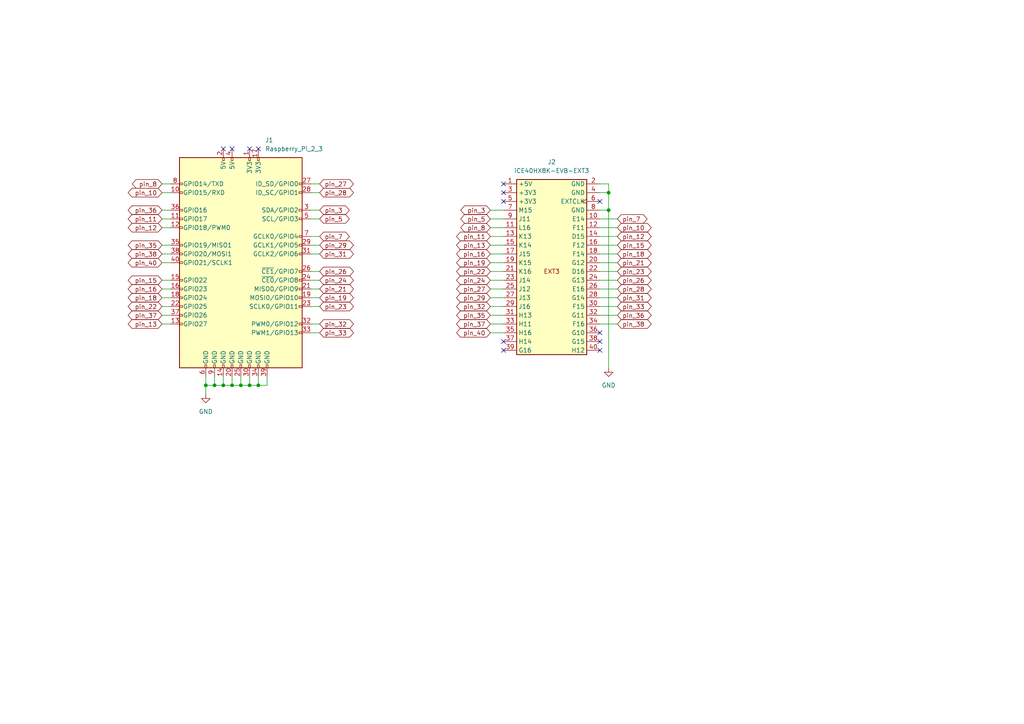
<source format=kicad_sch>
(kicad_sch (version 20230121) (generator eeschema)
  (paper "A4")
  (title_block (title "iCE40HX8K-EVB Raspberry Pi Adaptor") (date "2023-06-22") (rev "1_0") (company "https://www.domesday86.com") (comment 1 "(c) 2023 Simon Inns") (comment 2 "License: Attribution-ShareAlike 4.0 International (CC BY-SA 4.0)"))
  (lib_symbols
    (symbol "Connector:Raspberry_Pi_2_3" (pin_names (offset 1.016))
      (property "Reference" "J" (at -17.78 31.75 0))
      (property "Value" "Raspberry_Pi_2_3" (at 10.16 -31.75 0))
      (symbol "Raspberry_Pi_2_3_0_1"
        (rectangle (start -17.78 30.48) (end 17.78 -30.48) (stroke (width 0.254)) (fill (type background)))
      )
      (symbol "Raspberry_Pi_2_3_1_1"
        (rectangle (start -16.891 -17.526) (end -17.78 -18.034))
        (rectangle (start -16.891 -14.986) (end -17.78 -15.494))
        (rectangle (start -16.891 -12.446) (end -17.78 -12.954))
        (rectangle (start -16.891 -9.906) (end -17.78 -10.414))
        (rectangle (start -16.891 -7.366) (end -17.78 -7.874))
        (rectangle (start -16.891 -4.826) (end -17.78 -5.334))
        (rectangle (start -16.891 0.254) (end -17.78 -0.254))
        (rectangle (start -16.891 2.794) (end -17.78 2.286))
        (rectangle (start -16.891 5.334) (end -17.78 4.826))
        (rectangle (start -16.891 10.414) (end -17.78 9.906))
        (rectangle (start -16.891 12.954) (end -17.78 12.446))
        (rectangle (start -16.891 15.494) (end -17.78 14.986))
        (rectangle (start -16.891 20.574) (end -17.78 20.066))
        (rectangle (start -16.891 23.114) (end -17.78 22.606))
        (rectangle (start -10.414 -29.591) (end -9.906 -30.48))
        (rectangle (start -7.874 -29.591) (end -7.366 -30.48))
        (rectangle (start -5.334 -29.591) (end -4.826 -30.48))
        (rectangle (start -5.334 30.48) (end -4.826 29.591))
        (rectangle (start -2.794 -29.591) (end -2.286 -30.48))
        (rectangle (start -2.794 30.48) (end -2.286 29.591))
        (rectangle (start -0.254 -29.591) (end 0.254 -30.48))
        (rectangle (start 2.286 -29.591) (end 2.794 -30.48))
        (rectangle (start 2.286 30.48) (end 2.794 29.591))
        (rectangle (start 4.826 -29.591) (end 5.334 -30.48))
        (rectangle (start 4.826 30.48) (end 5.334 29.591))
        (rectangle (start 7.366 -29.591) (end 7.874 -30.48))
        (rectangle (start 17.78 -20.066) (end 16.891 -20.574))
        (rectangle (start 17.78 -17.526) (end 16.891 -18.034))
        (rectangle (start 17.78 -12.446) (end 16.891 -12.954))
        (rectangle (start 17.78 -9.906) (end 16.891 -10.414))
        (rectangle (start 17.78 -7.366) (end 16.891 -7.874))
        (rectangle (start 17.78 -4.826) (end 16.891 -5.334))
        (rectangle (start 17.78 -2.286) (end 16.891 -2.794))
        (rectangle (start 17.78 2.794) (end 16.891 2.286))
        (rectangle (start 17.78 5.334) (end 16.891 4.826))
        (rectangle (start 17.78 7.874) (end 16.891 7.366))
        (rectangle (start 17.78 12.954) (end 16.891 12.446))
        (rectangle (start 17.78 15.494) (end 16.891 14.986))
        (rectangle (start 17.78 20.574) (end 16.891 20.066))
        (rectangle (start 17.78 23.114) (end 16.891 22.606))
        (pin power_in line (at 2.54 33.02 270) (length 2.54) (name "3V3") (number "1"))
        (pin bidirectional line (at -20.32 20.32 0) (length 2.54) (name "GPIO15/RXD") (number "10"))
        (pin bidirectional line (at -20.32 12.7 0) (length 2.54) (name "GPIO17") (number "11"))
        (pin bidirectional line (at -20.32 10.16 0) (length 2.54) (name "GPIO18/PWM0") (number "12"))
        (pin bidirectional line (at -20.32 -17.78 0) (length 2.54) (name "GPIO27") (number "13"))
        (pin power_in line (at -5.08 -33.02 90) (length 2.54) (name "GND") (number "14"))
        (pin bidirectional line (at -20.32 -5.08 0) (length 2.54) (name "GPIO22") (number "15"))
        (pin bidirectional line (at -20.32 -7.62 0) (length 2.54) (name "GPIO23") (number "16"))
        (pin power_in line (at 5.08 33.02 270) (length 2.54) (name "3V3") (number "17"))
        (pin bidirectional line (at -20.32 -10.16 0) (length 2.54) (name "GPIO24") (number "18"))
        (pin bidirectional line (at 20.32 -10.16 180) (length 2.54) (name "MOSI0/GPIO10") (number "19"))
        (pin power_in line (at -5.08 33.02 270) (length 2.54) (name "5V") (number "2"))
        (pin power_in line (at -2.54 -33.02 90) (length 2.54) (name "GND") (number "20"))
        (pin bidirectional line (at 20.32 -7.62 180) (length 2.54) (name "MISO0/GPIO9") (number "21"))
        (pin bidirectional line (at -20.32 -12.7 0) (length 2.54) (name "GPIO25") (number "22"))
        (pin bidirectional line (at 20.32 -12.7 180) (length 2.54) (name "SCLK0/GPIO11") (number "23"))
        (pin bidirectional line (at 20.32 -5.08 180) (length 2.54) (name "~{CE0}/GPIO8") (number "24"))
        (pin power_in line (at 0 -33.02 90) (length 2.54) (name "GND") (number "25"))
        (pin bidirectional line (at 20.32 -2.54 180) (length 2.54) (name "~{CE1}/GPIO7") (number "26"))
        (pin bidirectional line (at 20.32 22.86 180) (length 2.54) (name "ID_SD/GPIO0") (number "27"))
        (pin bidirectional line (at 20.32 20.32 180) (length 2.54) (name "ID_SC/GPIO1") (number "28"))
        (pin bidirectional line (at 20.32 5.08 180) (length 2.54) (name "GCLK1/GPIO5") (number "29"))
        (pin bidirectional line (at 20.32 15.24 180) (length 2.54) (name "SDA/GPIO2") (number "3"))
        (pin power_in line (at 2.54 -33.02 90) (length 2.54) (name "GND") (number "30"))
        (pin bidirectional line (at 20.32 2.54 180) (length 2.54) (name "GCLK2/GPIO6") (number "31"))
        (pin bidirectional line (at 20.32 -17.78 180) (length 2.54) (name "PWM0/GPIO12") (number "32"))
        (pin bidirectional line (at 20.32 -20.32 180) (length 2.54) (name "PWM1/GPIO13") (number "33"))
        (pin power_in line (at 5.08 -33.02 90) (length 2.54) (name "GND") (number "34"))
        (pin bidirectional line (at -20.32 5.08 0) (length 2.54) (name "GPIO19/MISO1") (number "35"))
        (pin bidirectional line (at -20.32 15.24 0) (length 2.54) (name "GPIO16") (number "36"))
        (pin bidirectional line (at -20.32 -15.24 0) (length 2.54) (name "GPIO26") (number "37"))
        (pin bidirectional line (at -20.32 2.54 0) (length 2.54) (name "GPIO20/MOSI1") (number "38"))
        (pin power_in line (at 7.62 -33.02 90) (length 2.54) (name "GND") (number "39"))
        (pin power_in line (at -2.54 33.02 270) (length 2.54) (name "5V") (number "4"))
        (pin bidirectional line (at -20.32 0 0) (length 2.54) (name "GPIO21/SCLK1") (number "40"))
        (pin bidirectional line (at 20.32 12.7 180) (length 2.54) (name "SCL/GPIO3") (number "5"))
        (pin power_in line (at -10.16 -33.02 90) (length 2.54) (name "GND") (number "6"))
        (pin bidirectional line (at 20.32 7.62 180) (length 2.54) (name "GCLK0/GPIO4") (number "7"))
        (pin bidirectional line (at -20.32 22.86 0) (length 2.54) (name "GPIO14/TXD") (number "8"))
        (pin power_in line (at -7.62 -33.02 90) (length 2.54) (name "GND") (number "9"))
      )
    )
    (symbol "iCE40HX8K-EVB:iCE40HX8K-EVB-EXT3"
      (property "Reference" "J" (at 0 30.48 0))
      (property "Value" "iCE40HX8K-EVB-EXT3" (at 0 27.94 0))
      (symbol "iCE40HX8K-EVB-EXT3_1_0"
        (text "EXT3" (at 0 0 0) (effects (font (size 1.27 1.27))))
      )
      (symbol "iCE40HX8K-EVB-EXT3_1_1"
        (rectangle (start -10.16 26.67) (end 10.16 -24.13) (stroke (width 0.254)) (fill (type background)))
        (pin power_out line (at -13.97 25.4 0) (length 3.81) (name "+5V") (number "1"))
        (pin bidirectional line (at 13.97 15.24 180) (length 3.81) (name "E14") (number "10"))
        (pin bidirectional line (at -13.97 12.7 0) (length 3.81) (name "L16") (number "11"))
        (pin bidirectional line (at 13.97 12.7 180) (length 3.81) (name "F11") (number "12"))
        (pin bidirectional line (at -13.97 10.16 0) (length 3.81) (name "K13") (number "13"))
        (pin bidirectional line (at 13.97 10.16 180) (length 3.81) (name "D15") (number "14"))
        (pin bidirectional line (at -13.97 7.62 0) (length 3.81) (name "K14") (number "15"))
        (pin bidirectional line (at 13.97 7.62 180) (length 3.81) (name "F12") (number "16"))
        (pin bidirectional line (at -13.97 5.08 0) (length 3.81) (name "J15") (number "17"))
        (pin bidirectional line (at 13.97 5.08 180) (length 3.81) (name "F14") (number "18"))
        (pin bidirectional line (at -13.97 2.54 0) (length 3.81) (name "K15") (number "19"))
        (pin power_out line (at 13.97 25.4 180) (length 3.81) (name "GND") (number "2"))
        (pin bidirectional line (at 13.97 2.54 180) (length 3.81) (name "G12") (number "20"))
        (pin bidirectional line (at -13.97 0 0) (length 3.81) (name "K16") (number "21"))
        (pin bidirectional line (at 13.97 0 180) (length 3.81) (name "D16") (number "22"))
        (pin bidirectional line (at -13.97 -2.54 0) (length 3.81) (name "J14") (number "23"))
        (pin bidirectional line (at 13.97 -2.54 180) (length 3.81) (name "G13") (number "24"))
        (pin bidirectional line (at -13.97 -5.08 0) (length 3.81) (name "J12") (number "25"))
        (pin bidirectional line (at 13.97 -5.08 180) (length 3.81) (name "E16") (number "26"))
        (pin bidirectional line (at -13.97 -7.62 0) (length 3.81) (name "J13") (number "27"))
        (pin bidirectional line (at 13.97 -7.62 180) (length 3.81) (name "G14") (number "28"))
        (pin bidirectional line (at -13.97 -10.16 0) (length 3.81) (name "J16") (number "29"))
        (pin power_out line (at -13.97 22.86 0) (length 3.81) (name "+3V3") (number "3"))
        (pin bidirectional line (at 13.97 -10.16 180) (length 3.81) (name "F15") (number "30"))
        (pin bidirectional line (at -13.97 -12.7 0) (length 3.81) (name "H13") (number "31"))
        (pin bidirectional line (at 13.97 -12.7 180) (length 3.81) (name "G11") (number "32"))
        (pin bidirectional line (at -13.97 -15.24 0) (length 3.81) (name "H11") (number "33"))
        (pin bidirectional line (at 13.97 -15.24 180) (length 3.81) (name "F16") (number "34"))
        (pin bidirectional line (at -13.97 -17.78 0) (length 3.81) (name "H16") (number "35"))
        (pin bidirectional line (at 13.97 -17.78 180) (length 3.81) (name "G10") (number "36"))
        (pin bidirectional line (at -13.97 -20.32 0) (length 3.81) (name "H14") (number "37"))
        (pin bidirectional line (at 13.97 -20.32 180) (length 3.81) (name "G15") (number "38"))
        (pin bidirectional line (at -13.97 -22.86 0) (length 3.81) (name "G16") (number "39"))
        (pin power_out line (at 13.97 22.86 180) (length 3.81) (name "GND") (number "4"))
        (pin bidirectional line (at 13.97 -22.86 180) (length 3.81) (name "H12") (number "40"))
        (pin power_out line (at -13.97 20.32 0) (length 3.81) (name "+3V3") (number "5"))
        (pin output clock (at 13.97 20.32 180) (length 3.81) (name "EXTCLK") (number "6"))
        (pin bidirectional line (at -13.97 17.78 0) (length 3.81) (name "M15") (number "7"))
        (pin power_out line (at 13.97 17.78 180) (length 3.81) (name "GND") (number "8"))
        (pin bidirectional line (at -13.97 15.24 0) (length 3.81) (name "J11") (number "9"))
      )
    )
    (symbol "power:GND" (power) (pin_names (offset 0))
      (property "Value" "GND" (at 0 -3.81 0))
      (symbol "GND_0_1"
        (polyline (pts (xy 0 0) (xy 0 -1.27) (xy 1.27 -1.27) (xy 0 -2.54) (xy -1.27 -1.27) (xy 0 -1.27)))
      )
      (symbol "GND_1_1"
        (pin power_in line (at 0 0 270) (length 0) hide (name "GND") (number "1"))
      )
    )
  )
  (junction (at 67.31 111.76))
  (junction (at 176.53 60.96))
  (junction (at 69.85 111.76))
  (junction (at 176.53 55.88))
  (junction (at 59.69 111.76))
  (junction (at 72.39 111.76))
  (junction (at 74.93 111.76))
  (junction (at 62.23 111.76))
  (junction (at 64.77 111.76))
  (no_connect (at 74.93 43.18))
  (no_connect (at 146.05 55.88))
  (no_connect (at 64.77 43.18))
  (no_connect (at 173.99 101.6))
  (no_connect (at 173.99 96.52))
  (no_connect (at 67.31 43.18))
  (no_connect (at 173.99 58.42))
  (no_connect (at 146.05 99.06))
  (no_connect (at 146.05 58.42))
  (no_connect (at 146.05 53.34))
  (no_connect (at 72.39 43.18))
  (no_connect (at 173.99 99.06))
  (no_connect (at 146.05 101.6))
  (wire (pts (xy 62.23 111.76) (xy 59.69 111.76)))
  (wire (pts (xy 90.17 93.98) (xy 92.71 93.98)))
  (wire (pts (xy 77.47 111.76) (xy 74.93 111.76)))
  (wire (pts (xy 77.47 109.22) (xy 77.47 111.76)))
  (wire (pts (xy 142.24 86.36) (xy 146.05 86.36)))
  (wire (pts (xy 90.17 88.9) (xy 92.71 88.9)))
  (wire (pts (xy 176.53 53.34) (xy 176.53 55.88)))
  (wire (pts (xy 64.77 111.76) (xy 62.23 111.76)))
  (wire (pts (xy 173.99 66.04) (xy 179.07 66.04)))
  (wire (pts (xy 62.23 109.22) (xy 62.23 111.76)))
  (wire (pts (xy 90.17 96.52) (xy 92.71 96.52)))
  (wire (pts (xy 46.99 55.88) (xy 49.53 55.88)))
  (wire (pts (xy 67.31 111.76) (xy 64.77 111.76)))
  (wire (pts (xy 173.99 53.34) (xy 176.53 53.34)))
  (wire (pts (xy 173.99 81.28) (xy 179.07 81.28)))
  (wire (pts (xy 142.24 68.58) (xy 146.05 68.58)))
  (wire (pts (xy 173.99 78.74) (xy 179.07 78.74)))
  (wire (pts (xy 46.99 73.66) (xy 49.53 73.66)))
  (wire (pts (xy 176.53 60.96) (xy 176.53 106.68)))
  (wire (pts (xy 90.17 81.28) (xy 92.71 81.28)))
  (wire (pts (xy 142.24 83.82) (xy 146.05 83.82)))
  (wire (pts (xy 176.53 55.88) (xy 176.53 60.96)))
  (wire (pts (xy 142.24 88.9) (xy 146.05 88.9)))
  (wire (pts (xy 142.24 96.52) (xy 146.05 96.52)))
  (wire (pts (xy 90.17 68.58) (xy 92.71 68.58)))
  (wire (pts (xy 74.93 111.76) (xy 72.39 111.76)))
  (wire (pts (xy 142.24 73.66) (xy 146.05 73.66)))
  (wire (pts (xy 173.99 86.36) (xy 179.07 86.36)))
  (wire (pts (xy 142.24 71.12) (xy 146.05 71.12)))
  (wire (pts (xy 46.99 53.34) (xy 49.53 53.34)))
  (wire (pts (xy 46.99 66.04) (xy 49.53 66.04)))
  (wire (pts (xy 46.99 63.5) (xy 49.53 63.5)))
  (wire (pts (xy 46.99 86.36) (xy 49.53 86.36)))
  (wire (pts (xy 46.99 83.82) (xy 49.53 83.82)))
  (wire (pts (xy 142.24 78.74) (xy 146.05 78.74)))
  (wire (pts (xy 173.99 73.66) (xy 179.07 73.66)))
  (wire (pts (xy 46.99 93.98) (xy 49.53 93.98)))
  (wire (pts (xy 173.99 93.98) (xy 179.07 93.98)))
  (wire (pts (xy 90.17 71.12) (xy 92.71 71.12)))
  (wire (pts (xy 173.99 68.58) (xy 179.07 68.58)))
  (wire (pts (xy 142.24 66.04) (xy 146.05 66.04)))
  (wire (pts (xy 90.17 73.66) (xy 92.71 73.66)))
  (wire (pts (xy 46.99 71.12) (xy 49.53 71.12)))
  (wire (pts (xy 173.99 71.12) (xy 179.07 71.12)))
  (wire (pts (xy 90.17 78.74) (xy 92.71 78.74)))
  (wire (pts (xy 74.93 109.22) (xy 74.93 111.76)))
  (wire (pts (xy 173.99 63.5) (xy 179.07 63.5)))
  (wire (pts (xy 142.24 93.98) (xy 146.05 93.98)))
  (wire (pts (xy 90.17 86.36) (xy 92.71 86.36)))
  (wire (pts (xy 173.99 76.2) (xy 179.07 76.2)))
  (wire (pts (xy 90.17 53.34) (xy 92.71 53.34)))
  (wire (pts (xy 72.39 109.22) (xy 72.39 111.76)))
  (wire (pts (xy 142.24 76.2) (xy 146.05 76.2)))
  (wire (pts (xy 173.99 91.44) (xy 179.07 91.44)))
  (wire (pts (xy 90.17 63.5) (xy 92.71 63.5)))
  (wire (pts (xy 69.85 111.76) (xy 67.31 111.76)))
  (wire (pts (xy 173.99 55.88) (xy 176.53 55.88)))
  (wire (pts (xy 59.69 109.22) (xy 59.69 111.76)))
  (wire (pts (xy 59.69 111.76) (xy 59.69 114.3)))
  (wire (pts (xy 142.24 63.5) (xy 146.05 63.5)))
  (wire (pts (xy 46.99 60.96) (xy 49.53 60.96)))
  (wire (pts (xy 90.17 60.96) (xy 92.71 60.96)))
  (wire (pts (xy 72.39 111.76) (xy 69.85 111.76)))
  (wire (pts (xy 173.99 83.82) (xy 179.07 83.82)))
  (wire (pts (xy 46.99 76.2) (xy 49.53 76.2)))
  (wire (pts (xy 64.77 109.22) (xy 64.77 111.76)))
  (wire (pts (xy 69.85 109.22) (xy 69.85 111.76)))
  (wire (pts (xy 173.99 60.96) (xy 176.53 60.96)))
  (wire (pts (xy 142.24 91.44) (xy 146.05 91.44)))
  (wire (pts (xy 142.24 81.28) (xy 146.05 81.28)))
  (wire (pts (xy 90.17 55.88) (xy 92.71 55.88)))
  (wire (pts (xy 67.31 109.22) (xy 67.31 111.76)))
  (wire (pts (xy 46.99 81.28) (xy 49.53 81.28)))
  (wire (pts (xy 142.24 60.96) (xy 146.05 60.96)))
  (wire (pts (xy 46.99 88.9) (xy 49.53 88.9)))
  (wire (pts (xy 173.99 88.9) (xy 179.07 88.9)))
  (wire (pts (xy 46.99 91.44) (xy 49.53 91.44)))
  (wire (pts (xy 90.17 83.82) (xy 92.71 83.82)))
  (global_label "pin_15" (shape bidirectional) (at 46.99 81.28 180) (property "Intersheetrefs" "${INTERSHEET_REFS}" (effects hide)))
  (global_label "pin_38" (shape bidirectional) (at 179.07 93.98 0) (property "Intersheetrefs" "${INTERSHEET_REFS}" (effects hide)))
  (global_label "pin_36" (shape bidirectional) (at 179.07 91.44 0) (property "Intersheetrefs" "${INTERSHEET_REFS}" (effects hide)))
  (global_label "pin_40" (shape bidirectional) (at 142.24 96.52 180) (property "Intersheetrefs" "${INTERSHEET_REFS}" (effects hide)))
  (global_label "pin_5" (shape bidirectional) (at 142.24 63.5 180) (property "Intersheetrefs" "${INTERSHEET_REFS}" (effects hide)))
  (global_label "pin_32" (shape bidirectional) (at 92.71 93.98 0) (property "Intersheetrefs" "${INTERSHEET_REFS}" (effects hide)))
  (global_label "pin_37" (shape bidirectional) (at 142.24 93.98 180) (property "Intersheetrefs" "${INTERSHEET_REFS}" (effects hide)))
  (global_label "pin_13" (shape bidirectional) (at 46.99 93.98 180) (property "Intersheetrefs" "${INTERSHEET_REFS}" (effects hide)))
  (global_label "pin_35" (shape bidirectional) (at 142.24 91.44 180) (property "Intersheetrefs" "${INTERSHEET_REFS}" (effects hide)))
  (global_label "pin_13" (shape bidirectional) (at 142.24 71.12 180) (property "Intersheetrefs" "${INTERSHEET_REFS}" (effects hide)))
  (global_label "pin_24" (shape bidirectional) (at 142.24 81.28 180) (property "Intersheetrefs" "${INTERSHEET_REFS}" (effects hide)))
  (global_label "pin_22" (shape bidirectional) (at 46.99 88.9 180) (property "Intersheetrefs" "${INTERSHEET_REFS}" (effects hide)))
  (global_label "pin_26" (shape bidirectional) (at 179.07 81.28 0) (property "Intersheetrefs" "${INTERSHEET_REFS}" (effects hide)))
  (global_label "pin_37" (shape bidirectional) (at 46.99 91.44 180) (property "Intersheetrefs" "${INTERSHEET_REFS}" (effects hide)))
  (global_label "pin_33" (shape bidirectional) (at 92.71 96.52 0) (property "Intersheetrefs" "${INTERSHEET_REFS}" (effects hide)))
  (global_label "pin_23" (shape bidirectional) (at 92.71 88.9 0) (property "Intersheetrefs" "${INTERSHEET_REFS}" (effects hide)))
  (global_label "pin_38" (shape bidirectional) (at 46.99 73.66 180) (property "Intersheetrefs" "${INTERSHEET_REFS}" (effects hide)))
  (global_label "pin_15" (shape bidirectional) (at 179.07 71.12 0) (property "Intersheetrefs" "${INTERSHEET_REFS}" (effects hide)))
  (global_label "pin_27" (shape bidirectional) (at 92.71 53.34 0) (property "Intersheetrefs" "${INTERSHEET_REFS}" (effects hide)))
  (global_label "pin_33" (shape bidirectional) (at 179.07 88.9 0) (property "Intersheetrefs" "${INTERSHEET_REFS}" (effects hide)))
  (global_label "pin_23" (shape bidirectional) (at 179.07 78.74 0) (property "Intersheetrefs" "${INTERSHEET_REFS}" (effects hide)))
  (global_label "pin_24" (shape bidirectional) (at 92.71 81.28 0) (property "Intersheetrefs" "${INTERSHEET_REFS}" (effects hide)))
  (global_label "pin_19" (shape bidirectional) (at 92.71 86.36 0) (property "Intersheetrefs" "${INTERSHEET_REFS}" (effects hide)))
  (global_label "pin_16" (shape bidirectional) (at 46.99 83.82 180) (property "Intersheetrefs" "${INTERSHEET_REFS}" (effects hide)))
  (global_label "pin_31" (shape bidirectional) (at 179.07 86.36 0) (property "Intersheetrefs" "${INTERSHEET_REFS}" (effects hide)))
  (global_label "pin_12" (shape bidirectional) (at 46.99 66.04 180) (property "Intersheetrefs" "${INTERSHEET_REFS}" (effects hide)))
  (global_label "pin_10" (shape bidirectional) (at 179.07 66.04 0) (property "Intersheetrefs" "${INTERSHEET_REFS}" (effects hide)))
  (global_label "pin_40" (shape bidirectional) (at 46.99 76.2 180) (property "Intersheetrefs" "${INTERSHEET_REFS}" (effects hide)))
  (global_label "pin_7" (shape bidirectional) (at 92.71 68.58 0) (property "Intersheetrefs" "${INTERSHEET_REFS}" (effects hide)))
  (global_label "pin_28" (shape bidirectional) (at 92.71 55.88 0) (property "Intersheetrefs" "${INTERSHEET_REFS}" (effects hide)))
  (global_label "pin_16" (shape bidirectional) (at 142.24 73.66 180) (property "Intersheetrefs" "${INTERSHEET_REFS}" (effects hide)))
  (global_label "pin_29" (shape bidirectional) (at 92.71 71.12 0) (property "Intersheetrefs" "${INTERSHEET_REFS}" (effects hide)))
  (global_label "pin_11" (shape bidirectional) (at 46.99 63.5 180) (property "Intersheetrefs" "${INTERSHEET_REFS}" (effects hide)))
  (global_label "pin_35" (shape bidirectional) (at 46.99 71.12 180) (property "Intersheetrefs" "${INTERSHEET_REFS}" (effects hide)))
  (global_label "pin_29" (shape bidirectional) (at 142.24 86.36 180) (property "Intersheetrefs" "${INTERSHEET_REFS}" (effects hide)))
  (global_label "pin_26" (shape bidirectional) (at 92.71 78.74 0) (property "Intersheetrefs" "${INTERSHEET_REFS}" (effects hide)))
  (global_label "pin_27" (shape bidirectional) (at 142.24 83.82 180) (property "Intersheetrefs" "${INTERSHEET_REFS}" (effects hide)))
  (global_label "pin_7" (shape bidirectional) (at 179.07 63.5 0) (property "Intersheetrefs" "${INTERSHEET_REFS}" (effects hide)))
  (global_label "pin_5" (shape bidirectional) (at 92.71 63.5 0) (property "Intersheetrefs" "${INTERSHEET_REFS}" (effects hide)))
  (global_label "pin_18" (shape bidirectional) (at 179.07 73.66 0) (property "Intersheetrefs" "${INTERSHEET_REFS}" (effects hide)))
  (global_label "pin_3" (shape bidirectional) (at 92.71 60.96 0) (property "Intersheetrefs" "${INTERSHEET_REFS}" (effects hide)))
  (global_label "pin_10" (shape bidirectional) (at 46.99 55.88 180) (property "Intersheetrefs" "${INTERSHEET_REFS}" (effects hide)))
  (global_label "pin_11" (shape bidirectional) (at 142.24 68.58 180) (property "Intersheetrefs" "${INTERSHEET_REFS}" (effects hide)))
  (global_label "pin_22" (shape bidirectional) (at 142.24 78.74 180) (property "Intersheetrefs" "${INTERSHEET_REFS}" (effects hide)))
  (global_label "pin_3" (shape bidirectional) (at 142.24 60.96 180) (property "Intersheetrefs" "${INTERSHEET_REFS}" (effects hide)))
  (global_label "pin_31" (shape bidirectional) (at 92.71 73.66 0) (property "Intersheetrefs" "${INTERSHEET_REFS}" (effects hide)))
  (global_label "pin_12" (shape bidirectional) (at 179.07 68.58 0) (property "Intersheetrefs" "${INTERSHEET_REFS}" (effects hide)))
  (global_label "pin_8" (shape bidirectional) (at 46.99 53.34 180) (property "Intersheetrefs" "${INTERSHEET_REFS}" (effects hide)))
  (global_label "pin_28" (shape bidirectional) (at 179.07 83.82 0) (property "Intersheetrefs" "${INTERSHEET_REFS}" (effects hide)))
  (global_label "pin_21" (shape bidirectional) (at 179.07 76.2 0) (property "Intersheetrefs" "${INTERSHEET_REFS}" (effects hide)))
  (global_label "pin_19" (shape bidirectional) (at 142.24 76.2 180) (property "Intersheetrefs" "${INTERSHEET_REFS}" (effects hide)))
  (global_label "pin_36" (shape bidirectional) (at 46.99 60.96 180) (property "Intersheetrefs" "${INTERSHEET_REFS}" (effects hide)))
  (global_label "pin_8" (shape bidirectional) (at 142.24 66.04 180) (property "Intersheetrefs" "${INTERSHEET_REFS}" (effects hide)))
  (global_label "pin_32" (shape bidirectional) (at 142.24 88.9 180) (property "Intersheetrefs" "${INTERSHEET_REFS}" (effects hide)))
  (global_label "pin_18" (shape bidirectional) (at 46.99 86.36 180) (property "Intersheetrefs" "${INTERSHEET_REFS}" (effects hide)))
  (global_label "pin_21" (shape bidirectional) (at 92.71 83.82 0) (property "Intersheetrefs" "${INTERSHEET_REFS}" (effects hide)))
  (symbol (lib_id "power:GND") (at 59.69 114.3 0) (unit 1)
    (property "Reference" "#PWR02" (effects hide))
    (property "Value" "GND" (at 59.69 119.38 0))
  )
  (symbol (lib_id "power:GND") (at 176.53 106.68 0) (unit 1)
    (property "Reference" "#PWR01" (effects hide))
    (property "Value" "GND" (at 176.53 111.76 0))
  )
  (symbol (lib_id "Connector:Raspberry_Pi_2_3") (at 69.85 76.2 0) (unit 1)
    (property "Reference" "J1" (at 76.8859 40.64 0) (effects (justify left)))
    (property "Value" "Raspberry_Pi_2_3" (at 76.8859 43.18 0) (effects (justify left)))
    (property "Footprint" "Connector_PinHeader_2.54mm:PinHeader_2x20_P2.54mm_Vertical" (effects hide))
    (property "Datasheet" "https://www.raspberrypi.org/documentation/hardware/raspberrypi/schematics/rpi_SCH_3bplus_1p0_reduced.pdf" (effects hide))
  )
  (symbol (lib_id "iCE40HX8K-EVB:iCE40HX8K-EVB-EXT3") (at 160.02 78.74 0) (unit 1)
    (property "Reference" "J2" (at 160.02 46.99 0))
    (property "Value" "iCE40HX8K-EVB-EXT3" (at 160.02 49.53 0))
  )
)
</source>
